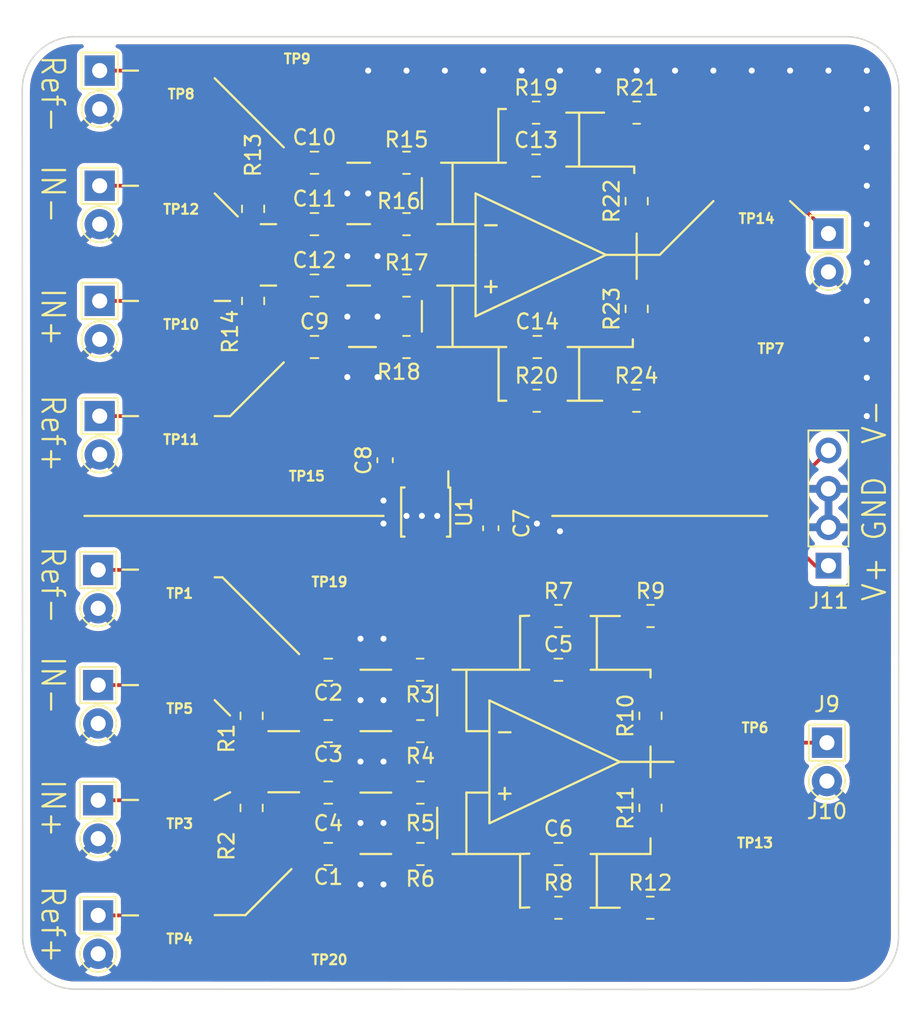
<source format=kicad_pcb>
(kicad_pcb (version 20211014) (generator pcbnew)
  (layers (0 "F.Cu" signal) (31 "B.Cu" signal) (34 "B.Paste" user) (35 "F.Paste" user) (36 "B.SilkS" user "B.Silkscreen") (37 "F.SilkS" user "F.Silkscreen") (38 "B.Mask" user) (39 "F.Mask" user) (44 "Edge.Cuts" user))
  (net 0 "")
  (net 1 "/-Vpwr")
  (net 2 "GND")
  (net 3 "/+Vpwr")
  (net 4 "Net-(C4-Pad1)")
  (net 5 "Net-(C4-Pad2)")
  (net 6 "/Vout")
  (net 7 "Net-(C5-Pad1)")
  (net 8 "Net-(C5-Pad2)")
  (net 9 "Net-(C9-Pad1)")
  (net 10 "Net-(C9-Pad2)")
  (net 11 "Net-(C3-Pad1)")
  (net 12 "Net-(C3-Pad2)")
  (net 13 "Net-(C6-Pad1)")
  (net 14 "Net-(C6-Pad2)")
  (net 15 "Net-(C12-Pad1)")
  (net 16 "Net-(C12-Pad2)")
  (net 17 "Net-(C13-Pad2)")
  (net 18 "Net-(C14-Pad2)")
  (net 19 "Net-(J20-Pad1)")
  (net 20 "Net-(C1-Pad1)")
  (net 21 "Net-(C1-Pad2)")
  (net 22 "Net-(C2-Pad1)")
  (net 23 "Net-(C2-Pad2)")
  (net 24 "Net-(C10-Pad1)")
  (net 25 "Net-(C10-Pad2)")
  (net 26 "Net-(C11-Pad1)")
  (net 27 "Net-(C11-Pad2)")
  (net 28 "Net-(C13-Pad1)")
  (net 29 "Net-(C14-Pad1)")
  (footprint "Resistor_SMD:R_0805_2012Metric_Pad1.20x1.40mm_HandSolder" (layer "F.Cu") (at 122.836 161.056 180)
    (fp_text reference "R6")
    (fp_text value "R_Small")
  )
  (footprint "MyLib:TP420X150" (layer "F.Cu") (at 106.58 157.5 180)
    (fp_text reference "TP3")
    (fp_text value "RCWCTE")
  )
  (footprint "Resistor_SMD:R_0805_2012Metric_Pad1.20x1.40mm_HandSolder" (layer "F.Cu") (at 138.076 158.008 90)
    (fp_text reference "R11")
    (fp_text value "R_Small")
  )
  (footprint "Resistor_SMD:R_0805_2012Metric_Pad1.20x1.40mm_HandSolder" (layer "F.Cu") (at 137.16 117.856 90)
    (fp_text reference "R22")
    (fp_text value "R_Small")
  )
  (footprint "MyLib:TP420X150" (layer "F.Cu") (at 106.68 124.46 180)
    (fp_text reference "TP10")
    (fp_text value "RCWCTE")
  )
  (footprint "MyLib:TP420X150" (layer "F.Cu") (at 115 110)
    (fp_text reference "TP9")
    (fp_text value "RCWCTE")
  )
  (footprint "Resistor_SMD:R_0805_2012Metric_Pad1.20x1.40mm_HandSolder" (layer "F.Cu") (at 138.076 145.308)
    (fp_text reference "R9")
    (fp_text value "R_Small")
  )
  (footprint "TestPoint:TestPoint_THTPad_2.0x2.0mm_Drill1.0mm" (layer "F.Cu") (at 101.5 165.12 90)
    (fp_text reference "J7" hide)
    (fp_text value "Conn_01x01")
  )
  (footprint "MyLib:TP420X150" (layer "F.Cu") (at 106.68 116.84 180)
    (fp_text reference "TP12")
    (fp_text value "RCWCTE")
  )
  (footprint "TestPoint:TestPoint_THTPad_D2.0mm_Drill1.0mm" (layer "F.Cu") (at 101.5 152.42 90)
    (fp_text reference "J4" hide)
    (fp_text value "Conn_01x01")
  )
  (footprint "TestPoint:TestPoint_THTPad_D2.0mm_Drill1.0mm" (layer "F.Cu") (at 101.6 119.38 90)
    (fp_text reference "J15" hide)
    (fp_text value "Conn_01x01")
  )
  (footprint "MyLib:TP420X150" (layer "F.Cu") (at 106.68 109.22 180)
    (fp_text reference "TP8")
    (fp_text value "RCWCTE")
  )
  (footprint "Capacitor_SMD:C_0603_1608Metric" (layer "F.Cu") (at 120.5 135 90)
    (fp_text reference "C8")
    (fp_text value "100n")
  )
  (footprint "Capacitor_SMD:C_0805_2012Metric_Pad1.18x1.45mm_HandSolder" (layer "F.Cu") (at 116.74 156.992)
    (fp_text reference "C4")
    (fp_text value "C_Small")
  )
  (footprint "TestPoint:TestPoint_THTPad_D2.0mm_Drill1.0mm" (layer "F.Cu") (at 101.6 111.76 90)
    (fp_text reference "J13" hide)
    (fp_text value "Conn_01x01")
  )
  (footprint "MyLib:TP420X150" (layer "F.Cu") (at 144.78 117.46 180)
    (fp_text reference "TP14")
    (fp_text value "RCWCTE")
  )
  (footprint "MyLib:TP420X150" (layer "F.Cu") (at 144.78 125.08 180)
    (fp_text reference "TP7")
    (fp_text value "RCWCTE")
  )
  (footprint "MyLib:TP420X150" (layer "F.Cu") (at 116.5 141.5 180)
    (fp_text reference "TP19")
    (fp_text value "RCWCTE")
  )
  (footprint "TestPoint:TestPoint_THTPad_D2.0mm_Drill1.0mm" (layer "F.Cu") (at 101.6 127 90)
    (fp_text reference "J17" hide)
    (fp_text value "Conn_01x01")
  )
  (footprint "MyLib:TP420X150" (layer "F.Cu") (at 106.68 132.08 180)
    (fp_text reference "TP11")
    (fp_text value "RCWCTE")
  )
  (footprint "Resistor_SMD:R_0805_2012Metric_Pad1.20x1.40mm_HandSolder" (layer "F.Cu") (at 138.06 164.612)
    (fp_text reference "R12")
    (fp_text value "R_Small")
  )
  (footprint "MyLib:TP420X150" (layer "F.Cu") (at 144.68 151.15 180)
    (fp_text reference "TP6")
    (fp_text value "RCWCTE")
  )
  (footprint "Resistor_SMD:R_0805_2012Metric_Pad1.20x1.40mm_HandSolder" (layer "F.Cu") (at 130.5 112)
    (fp_text reference "R19")
    (fp_text value "R_Small")
  )
  (footprint "Resistor_SMD:R_0805_2012Metric_Pad1.20x1.40mm_HandSolder" (layer "F.Cu") (at 111.66 158.008 90)
    (fp_text reference "R2")
    (fp_text value "R_Small")
  )
  (footprint "Capacitor_SMD:C_0805_2012Metric_Pad1.18x1.45mm_HandSolder" (layer "F.Cu") (at 130.5 115.5)
    (fp_text reference "C13")
    (fp_text value "C_Small")
  )
  (footprint "Resistor_SMD:R_0805_2012Metric_Pad1.20x1.40mm_HandSolder" (layer "F.Cu") (at 131.98 145.308)
    (fp_text reference "R7")
    (fp_text value "R_Small")
  )
  (footprint "Resistor_SMD:R_0805_2012Metric_Pad1.20x1.40mm_HandSolder" (layer "F.Cu") (at 111.66 151.912 90)
    (fp_text reference "R1")
    (fp_text value "R_Small")
  )
  (footprint "TestPoint:TestPoint_THTPad_D2.0mm_Drill1.0mm" (layer "F.Cu") (at 101.5 167.66 90)
    (fp_text reference "J8" hide)
    (fp_text value "Conn_01x01")
  )
  (footprint "Package_SO:TSSOP-8_3x3mm_P0.65mm" (layer "F.Cu") (at 123.19 138.43 -90)
    (fp_text reference "U1")
    (fp_text value "OPA2333xxDGK")
  )
  (footprint "Capacitor_SMD:C_0805_2012Metric_Pad1.18x1.45mm_HandSolder" (layer "F.Cu") (at 115.824 115.316)
    (fp_text reference "C10")
    (fp_text value "C_Small")
  )
  (footprint "Capacitor_SMD:C_0805_2012Metric_Pad1.18x1.45mm_HandSolder" (layer "F.Cu") (at 115.824 123.444)
    (fp_text reference "C12")
    (fp_text value "C_Small")
  )
  (footprint "TestPoint:TestPoint_THTPad_D2.0mm_Drill1.0mm" (layer "F.Cu") (at 149.76 156.23 180)
    (fp_text reference "J10")
    (fp_text value "Conn_01x01")
  )
  (footprint "Resistor_SMD:R_0805_2012Metric_Pad1.20x1.40mm_HandSolder" (layer "F.Cu") (at 122.836 156.992 180)
    (fp_text reference "R5")
    (fp_text value "R_Small")
  )
  (footprint "Resistor_SMD:R_0805_2012Metric_Pad1.20x1.40mm_HandSolder" (layer "F.Cu") (at 122.836 152.928 180)
    (fp_text reference "R4")
    (fp_text value "R_Small")
  )
  (footprint "TestPoint:TestPoint_THTPad_2.0x2.0mm_Drill1.0mm" (layer "F.Cu") (at 149.86 120 180)
    (fp_text reference "J20" hide)
    (fp_text value "Conn_01x01")
  )
  (footprint "TestPoint:TestPoint_THTPad_D2.0mm_Drill1.0mm" (layer "F.Cu") (at 101.6 134.62 90)
    (fp_text reference "J19" hide)
    (fp_text value "Conn_01x01")
  )
  (footprint "Resistor_SMD:R_0805_2012Metric_Pad1.20x1.40mm_HandSolder" (layer "F.Cu") (at 122.82 148.864 180)
    (fp_text reference "R3")
    (fp_text value "R_Small")
  )
  (footprint "MyLib:TP420X150" (layer "F.Cu") (at 106.58 142.26 180)
    (fp_text reference "TP1")
    (fp_text value "RCWCTE")
  )
  (footprint "MyLib:TP420X150" (layer "F.Cu") (at 144.68 158.77 180)
    (fp_text reference "TP13")
    (fp_text value "RCWCTE")
  )
  (footprint "MyLib:TP420X150" (layer "F.Cu") (at 115 134.5 180)
    (fp_text reference "TP15")
    (fp_text value "RCWCTE")
  )
  (footprint "Capacitor_SMD:C_0805_2012Metric_Pad1.18x1.45mm_HandSolder" (layer "F.Cu") (at 116.74 161.056)
    (fp_text reference "C1")
    (fp_text value "C_Small")
  )
  (footprint "Resistor_SMD:R_0805_2012Metric_Pad1.20x1.40mm_HandSolder" (layer "F.Cu") (at 111.76 118.364 90)
    (fp_text reference "R13")
    (fp_text value "R_Small")
  )
  (footprint "Resistor_SMD:R_0805_2012Metric_Pad1.20x1.40mm_HandSolder" (layer "F.Cu") (at 137.144 131.064)
    (fp_text reference "R24")
    (fp_text value "R_Small")
  )
  (footprint "Capacitor_SMD:C_0805_2012Metric_Pad1.18x1.45mm_HandSolder" (layer "F.Cu") (at 131.98 148.864)
    (fp_text reference "C5")
    (fp_text value "C_Small")
  )
  (footprint "Capacitor_SMD:C_0603_1608Metric" (layer "F.Cu") (at 127.5 139.5 -90)
    (fp_text reference "C7")
    (fp_text value "100n")
  )
  (footprint "Capacitor_SMD:C_0805_2012Metric_Pad1.18x1.45mm_HandSolder" (layer "F.Cu") (at 130.5775 127.508)
    (fp_text reference "C14")
    (fp_text value "C_Small")
  )
  (footprint "TestPoint:TestPoint_THTPad_D2.0mm_Drill1.0mm" (layer "F.Cu") (at 149.86 122.54 180)
    (fp_text reference "J21" hide)
    (fp_text value "Conn_01x01")
  )
  (footprint "TestPoint:TestPoint_THTPad_2.0x2.0mm_Drill1.0mm" (layer "F.Cu") (at 101.6 132.08 90)
    (fp_text reference "J18" hide)
    (fp_text value "Conn_01x01")
  )
  (footprint "Resistor_SMD:R_0805_2012Metric_Pad1.20x1.40mm_HandSolder" (layer "F.Cu") (at 121.92 119.38 180)
    (fp_text reference "R16")
    (fp_text value "R_Small")
  )
  (footprint "TestPoint:TestPoint_THTPad_2.0x2.0mm_Drill1.0mm" (layer "F.Cu") (at 101.6 124.46 90)
    (fp_text reference "J16" hide)
    (fp_text value "Conn_01x01")
  )
  (footprint "Resistor_SMD:R_0805_2012Metric_Pad1.20x1.40mm_HandSolder" (layer "F.Cu") (at 111.76 124.46 90)
    (fp_text reference "R14")
    (fp_text value "R_Small")
  )
  (footprint "MyLib:TP420X150" (layer "F.Cu") (at 106.58 165.12 180)
    (fp_text reference "TP4")
    (fp_text value "RCWCTE")
  )
  (footprint "Capacitor_SMD:C_0805_2012Metric_Pad1.18x1.45mm_HandSolder" (layer "F.Cu") (at 131.98 161.056)
    (fp_text reference "C6")
    (fp_text value "C_Small")
  )
  (footprint "Capacitor_SMD:C_0805_2012Metric_Pad1.18x1.45mm_HandSolder" (layer "F.Cu") (at 116.74 152.928)
    (fp_text reference "C3")
    (fp_text value "C_Small")
  )
  (footprint "TestPoint:TestPoint_THTPad_D2.0mm_Drill1.0mm" (layer "F.Cu") (at 101.5 144.8 90)
    (fp_text reference "J2" hide)
    (fp_text value "Conn_01x01")
  )
  (footprint "MyLib:TP420X150" (layer "F.Cu") (at 106.58 149.88 180)
    (fp_text reference "TP5")
    (fp_text value "RCWCTE")
  )
  (footprint "Capacitor_SMD:C_0805_2012Metric_Pad1.18x1.45mm_HandSolder" (layer "F.Cu") (at 115.824 119.38)
    (fp_text reference "C11")
    (fp_text value "C_Small")
  )
  (footprint "Capacitor_SMD:C_0805_2012Metric_Pad1.18x1.45mm_HandSolder" (layer "F.Cu") (at 115.824 127.508)
    (fp_text reference "C9")
    (fp_text value "C_Small")
  )
  (footprint "TestPoint:TestPoint_THTPad_2.0x2.0mm_Drill1.0mm" (layer "F.Cu") (at 101.6 109.22 90)
    (fp_text reference "J12" hide)
    (fp_text value "Conn_01x01")
  )
  (footprint "TestPoint:TestPoint_THTPad_2.0x2.0mm_Drill1.0mm" (layer "F.Cu") (at 101.5 142.26 90)
    (fp_text reference "J1" hide)
    (fp_text value "Conn_01x01")
  )
  (footprint "MyLib:TP420X150" (layer "F.Cu") (at 116.5 166.5 180)
    (fp_text reference "TP20")
    (fp_text value "RCWCTE")
  )
  (footprint "Resistor_SMD:R_0805_2012Metric_Pad1.20x1.40mm_HandSolder" (layer "F.Cu") (at 121.92 123.444 180)
    (fp_text reference "R17")
    (fp_text value "R_Small")
  )
  (footprint "Resistor_SMD:R_0805_2012Metric_Pad1.20x1.40mm_HandSolder" (layer "F.Cu") (at 121.92 115.316 180)
    (fp_text reference "R15")
    (fp_text value "R_Small")
  )
  (footprint "Resistor_SMD:R_0805_2012Metric_Pad1.20x1.40mm_HandSolder" (layer "F.Cu") (at 137.16 112)
    (fp_text reference "R21")
    (fp_text value "R_Small")
  )
  (footprint "Resistor_SMD:R_0805_2012Metric_Pad1.20x1.40mm_HandSolder" (layer "F.Cu") (at 131.98 164.612)
    (fp_text reference "R8")
    (fp_text value "R_Small")
  )
  (footprint "Capacitor_SMD:C_0805_2012Metric_Pad1.18x1.45mm_HandSolder" (layer "F.Cu") (at 116.74 148.864)
    (fp_text reference "C2")
    (fp_text value "C_Small")
  )
  (footprint "Resistor_SMD:R_0805_2012Metric_Pad1.20x1.40mm_HandSolder" (layer "F.Cu") (at 138.076 151.912 90)
    (fp_text reference "R10")
    (fp_text value "R_Small")
  )
  (footprint "Resistor_SMD:R_0805_2012Metric_Pad1.20x1.40mm_HandSolder" (layer "F.Cu") (at 137.16 124.984 90)
    (fp_text reference "R23")
    (fp_text value "R_Small")
  )
  (footprint "TestPoint:TestPoint_THTPad_2.0x2.0mm_Drill1.0mm" (layer "F.Cu") (at 101.5 149.88 90)
    (fp_text reference "J3" hide)
    (fp_text value "Conn_01x01")
  )
  (footprint "Resistor_SMD:R_0805_2012Metric_Pad1.20x1.40mm_HandSolder" (layer "F.Cu") (at 121.92 127.508 180)
    (fp_text reference "R18")
    (fp_text value "R_Small")
  )
  (footprint "TestPoint:TestPoint_THTPad_2.0x2.0mm_Drill1.0mm" (layer "F.Cu") (at 149.76 153.69 180)
    (fp_text reference "J9")
    (fp_text value "Conn_01x01")
  )
  (footprint "TestPoint:TestPoint_THTPad_2.0x2.0mm_Drill1.0mm" (layer "F.Cu") (at 101.6 116.84 90)
    (fp_text reference "J14" hide)
    (fp_text value "Conn_01x01")
  )
  (footprint "TestPoint:TestPoint_THTPad_2.0x2.0mm_Drill1.0mm" (layer "F.Cu") (at 101.5 157.5 90)
    (fp_text reference "J5" hide)
    (fp_text value "Conn_01x01")
  )
  (footprint "Resistor_SMD:R_0805_2012Metric_Pad1.20x1.40mm_HandSolder" (layer "F.Cu") (at 130.54 131.064)
    (fp_text reference "R20")
    (fp_text value "R_Small")
  )
  (footprint "TestPoint:TestPoint_THTPad_D2.0mm_Drill1.0mm" (layer "F.Cu") (at 101.5 160.04 90)
    (fp_text reference "J6" hide)
    (fp_text value "Conn_01x01")
  )
  (footprint "Connector_PinHeader_2.54mm:PinHeader_1x04_P2.54mm_Vertical" (layer "F.Cu") (at 149.86 141.976 180)
    (fp_text reference "J11")
    (fp_text value "Conn_01x04")
  )
  (gr_line (start 112.268 123.444) (end 113.284 123.444) (layer "F.SilkS") (width 0.15))
  (gr_line (start 104.14 132.08) (end 103.124 132.08) (layer "F.SilkS") (width 0.15))
  (gr_line (start 128.524 131.064) (end 128.016 131.064) (layer "F.SilkS") (width 0.15))
  (gr_line (start 104.14 124.46) (end 103.124 124.46) (layer "F.SilkS") (width 0.15))
  (gr_line (start 129.44 161.056) (end 129.44 164.612) (layer "F.SilkS") (width 0.15))
  (gr_line (start 124.714 127.508) (end 128.524 127.508) (layer "F.SilkS") (width 0.15))
  (gr_line (start 126.492 117.348) (end 135.128 121.412) (layer "F.SilkS") (width 0.15))
  (gr_line (start 132.588 131.064) (end 134.874 131.064) (layer "F.SilkS") (width 0.15))
  (gr_line (start 127.408 152.928) (end 125.884 152.928) (layer "F.SilkS") (width 0.15))
  (gr_line (start 110.236 151.892) (end 109.22 150.876) (layer "F.SilkS") (width 0.15))
  (gr_line (start 103.124 149.88) (end 104.14 149.88) (layer "F.SilkS") (width 0.15))
  (gr_line (start 126.492 125.476) (end 135.128 121.412) (layer "F.SilkS") (width 0.15))
  (gr_line (start 128 111.76) (end 128.5 111.76) (layer "F.SilkS") (width 0.15))
  (gr_line (start 104.14 116.84) (end 103.124 116.84) (layer "F.SilkS") (width 0.15))
  (gr_line (start 118.872 152.928) (end 120.904 152.928) (layer "F.SilkS") (width 0.15))
  (gr_line (start 110.236 132.08) (end 109.22 132.08) (layer "F.SilkS") (width 0.15))
  (gr_line (start 128 115.316) (end 128 111.76) (layer "F.SilkS") (width 0.15))
  (gr_line (start 124.714 115.316) (end 124.206 115.316) (layer "F.SilkS") (width 0.15))
  (gr_line (start 125.884 152.928) (end 125.884 148.864) (layer "F.SilkS") (width 0.15))
  (gr_line (start 129.44 161.056) (end 130.048 161.036) (layer "F.SilkS") (width 0.15))
  (gr_line (start 124.968 123.444) (end 124.968 127.508) (layer "F.SilkS") (width 0.15))
  (gr_line (start 103.124 157.48) (end 104.14 157.48) (layer "F.SilkS") (width 0.15))
  (gr_line (start 124.968 148.864) (end 130.048 148.864) (layer "F.SilkS") (width 0.15))
  (gr_line (start 129.44 145.308) (end 130.048 145.288) (layer "F.SilkS") (width 0.15))
  (gr_line (start 122.936 118.364) (end 122.936 116.332) (layer "F.SilkS") (width 0.15))
  (gr_line (start 126.492 121.412) (end 126.492 117.348) (layer "F.SilkS") (width 0.15))
  (gr_line (start 134.112 161.056) (end 138.076 161.056) (layer "F.SilkS") (width 0.15))
  (gr_line (start 133.35 131.064) (end 133.35 127.508) (layer "F.SilkS") (width 0.15))
  (gr_line (start 129.44 148.864) (end 129.44 145.308) (layer "F.SilkS") (width 0.15))
  (gr_line (start 145.796 138.684) (end 131.572 138.684) (layer "F.SilkS") (width 0.15))
  (gr_line (start 120.396 138.684) (end 100.596 138.684) (layer "F.SilkS") (width 0.15))
  (gr_line (start 136.906 127.508) (end 136.906 127) (layer "F.SilkS") (width 0.15))
  (gr_line (start 127.408 156.992) (end 125.884 156.992) (layer "F.SilkS") (width 0.15))
  (gr_line (start 112.268 119.38) (end 113.284 119.38) (layer "F.SilkS") (width 0.15))
  (gr_line (start 118 119.38) (end 119.5 119.38) (layer "F.SilkS") (width 0.15))
  (gr_line (start 125.884 161.056) (end 124.968 161.056) (layer "F.SilkS") (width 0.15))
  (gr_line (start 111.76 164.592) (end 111.252 165.1) (layer "F.SilkS") (width 0.15))
  (gr_line (start 123.952 160.02) (end 123.952 157.988) (layer "F.SilkS") (width 0.15))
  (gr_line (start 112.776 156.972) (end 114.808 156.972) (layer "F.SilkS") (width 0.15))
  (gr_line (start 124.968 119.38) (end 124.968 115.316) (layer "F.SilkS") (width 0.15))
  (gr_line (start 132.5 112) (end 135 112) (layer "F.SilkS") (width 0.15))
  (gr_line (start 124.968 123.444) (end 123.952 123.444) (layer "F.SilkS") (width 0.15))
  (gr_line (start 125.884 156.992) (end 125.884 161.056) (layer "F.SilkS") (width 0.15))
  (gr_line (start 118 123.444) (end 119.5 123.444) (layer "F.SilkS") (width 0.15))
  (gr_line (start 124.968 119.38) (end 123.952 119.38) (layer "F.SilkS") (width 0.15))
  (gr_line (start 126.492 119.38) (end 124.968 119.38) (layer "F.SilkS") (width 0.15))
  (gr_line (start 113.792 128.524) (end 110.236 132.08) (layer "F.SilkS") (width 0.15))
  (gr_line (start 125.884 161.056) (end 129.44 161.056) (layer "F.SilkS") (width 0.15))
  (gr_line (start 127.408 154.96) (end 127.408 159.024) (layer "F.SilkS") (width 0.15))
  (gr_line (start 127.408 154.96) (end 127.408 150.896) (layer "F.SilkS") (width 0.15))
  (gr_line (start 120.904 156.992) (end 118.872 156.992) (layer "F.SilkS") (width 0.15))
  (gr_line (start 138.076 155.976) (end 138.076 153.944) (layer "F.SilkS") (width 0.15))
  (gr_line (start 110.744 118.872) (end 109.22 117.348) (layer "F.SilkS") (width 0.15))
  (gr_line (start 126.492 123.444) (end 124.968 123.444) (layer "F.SilkS") (width 0.15))
  (gr_line (start 109.728 142.748) (end 109.22 142.748) (layer "F.SilkS") (width 0.15))
  (gr_line (start 124.714 127.508) (end 123.952 127.508) (layer "F.SilkS") (width 0.15))
  (gr_line (start 112.776 152.928) (end 114.808 152.928) (layer "F.SilkS") (width 0.15))
  (gr_line (start 109.728 142.748) (end 114.808 147.828) (layer "F.SilkS") (width 0.15))
  (gr_line (start 138.076 149.372) (end 138.076 148.864) (layer "F.SilkS") (width 0.15))
  (gr_line (start 109.22 124.46) (end 110.236 124.46) (layer "F.SilkS") (width 0.15))
  (gr_line (start 122.936 126.492) (end 122.936 124.46) (layer "F.SilkS") (width 0.15))
  (gr_line (start 114.3 162.052) (end 111.76 164.592) (layer "F.SilkS") (width 0.15))
  (gr_line (start 120.904 161.056) (end 118.872 161.056) (layer "F.SilkS") (width 0.15))
  (gr_line (start 129.44 164.612) (end 130.048 164.592) (layer "F.SilkS") (width 0.15))
  (gr_line (start 103.124 165.12) (end 104.14 165.12) (layer "F.SilkS") (width 0.15))
  (gr_line (start 118 115.316) (end 119.5 115.316) (layer "F.SilkS") (width 0.15))
  (gr_line (start 135.128 121.412) (end 138.684 121.412) (layer "F.SilkS") (width 0.15))
  (gr_line (start 103.124 142.24) (end 104.14 142.24) (layer "F.SilkS") (width 0.15))
  (gr_line (start 124.714 115.316) (end 128.5 115.316) (layer "F.SilkS") (width 0.15))
  (gr_line (start 133.35 115.5) (end 133.35 112) (layer "F.SilkS") (width 0.15))
  (gr_line (start 126.492 121.412) (end 126.492 125.476) (layer "F.SilkS") (width 0.15))
  (gr_line (start 134.52 148.864) (end 134.52 145.308) (layer "F.SilkS") (width 0.15))
  (gr_line (start 104.14 109.22) (end 103.124 109.22) (layer "F.SilkS") (width 0.15))
  (gr_line (start 134.52 164.612) (end 134.52 161.056) (layer "F.SilkS") (width 0.15))
  (gr_line (start 136.044 154.96) (end 139.6 154.96) (layer "F.SilkS") (width 0.15))
  (gr_line (start 138.076 148.864) (end 134.112 148.864) (layer "F.SilkS") (width 0.15))
  (gr_line (start 138.684 121.412) (end 142.24 117.856) (layer "F.SilkS") (width 0.15))
  (gr_line (start 118.11 127.508) (end 119.888 127.508) (layer "F.SilkS") (width 0.15))
  (gr_line (start 118.872 148.864) (end 120.904 148.864) (layer "F.SilkS") (width 0.15))
  (gr_line (start 137 115.57) (end 137 116) (layer "F.SilkS") (width 0.15))
  (gr_line (start 134.112 164.612) (end 136.044 164.612) (layer "F.SilkS") (width 0.15))
  (gr_line (start 137 115.57) (end 132.5 115.57) (layer "F.SilkS") (width 0.15))
  (gr_line (start 127.408 150.896) (end 136.044 154.96) (layer "F.SilkS") (width 0.15))
  (gr_line (start 128.016 127.508) (end 128.016 131.064) (layer "F.SilkS") (width 0.15))
  (gr_line (start 138.076 161.056) (end 138.076 160.02) (layer "F.SilkS") (width 0.15))
  (gr_line (start 109.22 109.728) (end 113.792 114.3) (layer "F.SilkS") (width 0.15))
  (gr_line (start 109.22 157.48) (end 110.236 156.972) (layer "F.SilkS") (width 0.15))
  (gr_line (start 127.408 159.024) (end 136.044 154.96) (layer "F.SilkS") (width 0.15))
  (gr_line (start 147.32 117.856) (end 148.336 118.8) (layer "F.SilkS") (width 0.15))
  (gr_line (start 111.252 165.1) (end 109.22 165.1) (layer "F.SilkS") (width 0.15))
  (gr_line (start 123.952 151.892) (end 123.952 149.86) (layer "F.SilkS") (width 0.15))
  (gr_line (start 134.112 145.308) (end 136.044 145.308) (layer "F.SilkS") (width 0.15))
  (gr_line (start 132.588 127.508) (end 136.906 127.508) (layer "F.SilkS") (width 0.15))
  (gr_line (start 137.16 123) (end 137.16 120) (layer "F.SilkS") (width 0.15))
  (gr_line (start 154.5 166.525126) (end 154.525117 110.474874) (layer "Edge.Cuts") (width 0.1))
  (gr_arc (start 154.5 166.525126) (mid 153.474874 169) (end 151 170.025126) (layer "Edge.Cuts") (width 0.1))
  (gr_arc (start 100 170) (mid 97.525126 168.974874) (end 96.5 166.5) (layer "Edge.Cuts") (width 0.1))
  (gr_line (start 99.974874 106.974874) (end 151.025117 106.974874) (layer "Edge.Cuts") (width 0.1))
  (gr_arc (start 96.474874 110.474874) (mid 97.500008 108.000008) (end 99.974874 106.974874) (layer "Edge.Cuts") (width 0.1))
  (gr_arc (start 151.025117 106.974874) (mid 153.5 107.999999) (end 154.525117 110.474874) (layer "Edge.Cuts") (width 0.1))
  (gr_line (start 96.5 166.5) (end 96.474874 110.474874) (layer "Edge.Cuts") (width 0.1))
  (gr_line (start 100 170) (end 151 170.025126) (layer "Edge.Cuts") (width 0.1))
  (gr_text "-" (at 128.424 152.928) (layer "F.SilkS") (effects (font (size 1 1))))
  (gr_text "Ref-  IN-    IN+   Ref+" (at 98.5 122 -90) (layer "F.SilkS") (effects (font (size 1.5 1.4))))
  (gr_text "+" (at 128.424 156.992) (layer "F.SilkS") (effects (font (size 1 1))))
  (gr_text "V+ GND  V-\n" (at 152.908 137.668 90) (layer "F.SilkS") (effects (font (size 1.5 1.4))))
  (gr_text "+" (at 127.508 123.444) (layer "F.SilkS") (effects (font (size 1 1))))
  (gr_text "-" (at 127.508 119.38) (layer "F.SilkS") (effects (font (size 1 1))))
  (gr_text "Ref-  IN-    IN+   Ref+" (at 98.5 154.5 -90) (layer "F.SilkS") (effects (font (size 1.5 1.4))))
  (segment (start 148.847 135.369) (end 149.86 134.356) (width 0.25) (layer "F.Cu") (net 1))
  (segment (start 144.131 135.369) (end 148.847 135.369) (width 0.25) (layer "F.Cu") (net 1))
  (segment (start 122.225 137.5) (end 142 137.5) (width 0.25) (layer "F.Cu") (net 1))
  (segment (start 121.71 135.775) (end 122.215 136.28) (width 0.25) (layer "F.Cu") (net 1))
  (segment (start 142 137.5) (end 144.131 135.369) (width 0.25) (layer "F.Cu") (net 1))
  (segment (start 120.5 135.775) (end 122.225 137.5) (width 0.25) (layer "F.Cu") (net 1))
  (segment (start 120.5 135.775) (end 121.71 135.775) (width 0.25) (layer "F.Cu") (net 1))
  (segment (start 144.58 125.08) (end 144.78 125.08) (width 0.25) (layer "F.Cu") (net 2))
  (segment (start 144.92 125.08) (end 144.78 125.08) (width 0.25) (layer "F.Cu") (net 2))
  (via (at 118.872 159.004) (size 0.8) (drill 0.4) (layers "F.Cu" "B.Cu") (net 2))
  (via (at 120.396 137.668) (size 0.8) (drill 0.4) (layers "F.Cu" "B.Cu") (net 2))
  (via (at 121.92 138.684) (size 0.8) (drill 0.4) (layers "F.Cu" "B.Cu") (net 2))
  (via (at 124.46 109.22) (size 0.8) (drill 0.4) (layers "F.Cu" "B.Cu") (net 2))
  (via (at 120.396 154.94) (size 0.8) (drill 0.4) (layers "F.Cu" "B.Cu") (net 2))
  (via (at 120 121.5) (size 0.8) (drill 0.4) (layers "F.Cu" "B.Cu") (net 2))
  (via (at 120.396 159.004) (size 0.8) (drill 0.4) (layers "F.Cu" "B.Cu") (net 2))
  (via (at 120 125.5) (size 0.8) (drill 0.4) (layers "F.Cu" "B.Cu") (net 2))
  (via (at 132.08 109.22) (size 0.8) (drill 0.4) (layers "F.Cu" "B.Cu") (net 2))
  (via (at 119.38 117.348) (size 0.8) (drill 0.4) (layers "F.Cu" "B.Cu") (net 2))
  (via (at 118 129.5) (size 0.8) (drill 0.4) (layers "F.Cu" "B.Cu") (net 2))
  (via (at 120 129.5) (size 0.8) (drill 0.4) (layers "F.Cu" "B.Cu") (net 2))
  (via (at 152.4 111.76) (size 0.8) (drill 0.4) (layers "F.Cu" "B.Cu") (net 2))
  (via (at 152.4 132.08) (size 0.8) (drill 0.4) (layers "F.Cu" "B.Cu") (net 2))
  (via (at 130.556 139.192) (size 0.8) (drill 0.4) (layers "F.Cu" "B.Cu") (net 2))
  (via (at 152.4 121.92) (size 0.8) (drill 0.4) (layers "F.Cu" "B.Cu") (net 2))
  (via (at 132.08 139.7) (size 0.8) (drill 0.4) (layers "F.Cu" "B.Cu") (net 2))
  (via (at 119.38 109.22) (size 0.8) (drill 0.4) (layers "F.Cu" "B.Cu") (net 2))
  (via (at 118.872 150.876) (size 0.8) (drill 0.4) (layers "F.Cu" "B.Cu") (net 2))
  (via (at 120.396 163.068) (size 0.8) (drill 0.4) (layers "F.Cu" "B.Cu") (net 2))
  (via (at 123.952 138.684) (size 0.8) (drill 0.4) (layers "F.Cu" "B.Cu") (net 2))
  (via (at 118.872 146.812) (size 0.8) (drill 0.4) (layers "F.Cu" "B.Cu") (net 2))
  (via (at 120.396 139.192) (size 0.8) (drill 0.4) (layers "F.Cu" "B.Cu") (net 2))
  (via (at 149.86 109.22) (size 0.8) (drill 0.4) (layers "F.Cu" "B.Cu") (net 2))
  (via (at 129.54 109.22) (size 0.8) (drill 0.4) (layers "F.Cu" "B.Cu") (net 2))
  (via (at 134.62 109.22) (size 0.8) (drill 0.4) (layers "F.Cu" "B.Cu") (net 2))
  (via (at 152.4 124.46) (size 0.8) (drill 0.4) (layers "F.Cu" "B.Cu") (net 2))
  (via (at 121.92 109.22) (size 0.8) (drill 0.4) (layers "F.Cu" "B.Cu") (net 2))
  (via (at 152.4 116.84) (size 0.8) (drill 0.4) (layers "F.Cu" "B.Cu") (net 2))
  (via (at 152.4 129.54) (size 0.8) (drill 0.4) (layers "F.Cu" "B.Cu") (net 2))
  (via (at 122.936 138.684) (size 0.8) (drill 0.4) (layers "F.Cu" "B.Cu") (net 2))
  (via (at 152.4 119.38) (size 0.8) (drill 0.4) (layers "F.Cu" "B.Cu") (net 2))
  (via (at 120.396 146.812) (size 0.8) (drill 0.4) (layers "F.Cu" "B.Cu") (net 2))
  (via (at 152.4 114.3) (size 0.8) (drill 0.4) (layers "F.Cu" "B.Cu") (net 2))
  (via (at 147.32 109.22) (size 0.8) (drill 0.4) (layers "F.Cu" "B.Cu") (net 2))
  (via (at 152.4 109.22) (size 0.8) (drill 0.4) (layers "F.Cu" "B.Cu") (net 2))
  (via (at 118 117.348) (size 0.8) (drill 0.4) (layers "F.Cu" "B.Cu") (net 2))
  (via (at 118 125.5) (size 0.8) (drill 0.4) (layers "F.Cu" "B.Cu") (net 2))
  (via (at 118 121.5) (size 0.8) (drill 0.4) (layers "F.Cu" "B.Cu") (net 2))
  (via (at 152.4 127) (size 0.8) (drill 0.4) (layers "F.Cu" "B.Cu") (net 2))
  (via (at 139.7 109.22) (size 0.8) (drill 0.4) (layers "F.Cu" "B.Cu") (net 2))
  (via (at 118.872 163.068) (size 0.8) (drill 0.4) (layers "F.Cu" "B.Cu") (net 2))
  (via (at 120.396 150.876) (size 0.8) (drill 0.4) (layers "F.Cu" "B.Cu") (net 2))
  (via (at 118.872 154.94) (size 0.8) (drill 0.4) (layers "F.Cu" "B.Cu") (net 2))
  (via (at 137.16 109.22) (size 0.8) (drill 0.4) (layers "F.Cu" "B.Cu") (net 2))
  (via (at 144.78 109.22) (size 0.8) (drill 0.4) (layers "F.Cu" "B.Cu") (net 2))
  (via (at 142.24 109.22) (size 0.8) (drill 0.4) (layers "F.Cu" "B.Cu") (net 2))
  (via (at 127 109.22) (size 0.8) (drill 0.4) (layers "F.Cu" "B.Cu") (net 2))
  (segment (start 130.411 141.491) (end 148.491 141.491) (width 0.25) (layer "F.Cu") (net 3))
  (segment (start 148.491 141.491) (end 148.976 141.976) (width 0.25) (layer "F.Cu") (net 3))
  (segment (start 124.165 140.58) (end 129.5 140.58) (width 0.25) (layer "F.Cu") (net 3))
  (segment (start 129.5 140.58) (end 130.411 141.491) (width 0.25) (layer "F.Cu") (net 3))
  (segment (start 148.976 141.976) (end 149.86 141.976) (width 0.25) (layer "F.Cu") (net 3))
  (segment (start 111.66 157.008) (end 115.6865 157.008) (width 0.25) (layer "F.Cu") (net 4))
  (segment (start 110.422 157.008) (end 111.66 157.008) (width 0.25) (layer "F.Cu") (net 4))
  (segment (start 109.93 157.5) (end 110.422 157.008) (width 0.25) (layer "F.Cu") (net 4))
  (segment (start 115.6865 157.008) (end 115.7025 156.992) (width 0.25) (layer "F.Cu") (net 4))
  (segment (start 101.5 157.5) (end 109.93 157.5) (width 0.25) (layer "F.Cu") (net 4))
  (segment (start 117.7775 156.992) (end 121.836 156.992) (width 0.25) (layer "F.Cu") (net 5))
  (segment (start 138.076 155.294) (end 138.076 157.008) (width 0.25) (layer "F.Cu") (net 6))
  (segment (start 126.418 144.283) (end 131.568173 144.283) (width 0.25) (layer "F.Cu") (net 6))
  (segment (start 123.515 141.38) (end 126.418 144.283) (width 0.25) (layer "F.Cu") (net 6))
  (segment (start 142.26 153.69) (end 149.76 153.69) (width 0.25) (layer "F.Cu") (net 6))
  (segment (start 123.515 140.58) (end 123.515 141.38) (width 0.25) (layer "F.Cu") (net 6))
  (segment (start 132.055 144.769827) (end 132.055 151.055) (width 0.25) (layer "F.Cu") (net 6))
  (segment (start 132.055 151.055) (end 136.294 155.294) (width 0.25) (layer "F.Cu") (net 6))
  (segment (start 131.568173 144.283) (end 132.055 144.769827) (width 0.25) (layer "F.Cu") (net 6))
  (segment (start 144.68 152.5) (end 143.49 153.69) (width 0.25) (layer "F.Cu") (net 6))
  (segment (start 136.294 155.294) (end 138.076 155.294) (width 0.25) (layer "F.Cu") (net 6))
  (segment (start 143.49 153.69) (end 142.26 153.69) (width 0.25) (layer "F.Cu") (net 6))
  (segment (start 139.68 153.69) (end 142.26 153.69) (width 0.25) (layer "F.Cu") (net 6))
  (segment (start 138.076 155.294) (end 139.68 153.69) (width 0.25) (layer "F.Cu") (net 6))
  (segment (start 144.68 151.15) (end 144.68 152.5) (width 0.25) (layer "F.Cu") (net 6))
  (segment (start 138.076 152.912) (end 138.076 155.294) (width 0.25) (layer "F.Cu") (net 6))
  (segment (start 123.82 148.864) (end 123.82 152.912) (width 0.25) (layer "F.Cu") (net 7))
  (segment (start 122.865 140.58) (end 122.865 146.233) (width 0.25) (layer "F.Cu") (net 7))
  (segment (start 130.9425 145.3455) (end 130.98 145.308) (width 0.25) (layer "F.Cu") (net 7))
  (segment (start 123.82 148.864) (end 130.9425 148.864) (width 0.25) (layer "F.Cu") (net 7))
  (segment (start 122.865 146.233) (end 123.82 147.188) (width 0.25) (layer "F.Cu") (net 7))
  (segment (start 123.82 147.188) (end 123.82 148.864) (width 0.25) (layer "F.Cu") (net 7))
  (segment (start 130.9425 148.864) (end 130.9425 145.3455) (width 0.25) (layer "F.Cu") (net 7))
  (segment (start 123.82 152.912) (end 123.836 152.928) (width 0.25) (layer "F.Cu") (net 7))
  (segment (start 138.076 150.912) (end 135.0655 150.912) (width 0.25) (layer "F.Cu") (net 8))
  (segment (start 135.0655 150.912) (end 133.0175 148.864) (width 0.25) (layer "F.Cu") (net 8))
  (segment (start 133.0175 145.3455) (end 132.98 145.308) (width 0.25) (layer "F.Cu") (net 8))
  (segment (start 133.0175 148.864) (end 133.0175 145.3455) (width 0.25) (layer "F.Cu") (net 8))
  (segment (start 137.076 145.308) (end 132.98 145.308) (width 0.25) (layer "F.Cu") (net 8))
  (segment (start 110.2145 132.08) (end 114.7865 127.508) (width 0.25) (layer "F.Cu") (net 9))
  (segment (start 101.6 132.08) (end 110.2145 132.08) (width 0.25) (layer "F.Cu") (net 9))
  (segment (start 116.8615 127.508) (end 120.92 127.508) (width 0.25) (layer "F.Cu") (net 10))
  (segment (start 108.732 149.88) (end 111.66 152.808) (width 0.25) (layer "F.Cu") (net 11))
  (segment (start 111.676 152.928) (end 111.66 152.912) (width 0.25) (layer "F.Cu") (net 11))
  (segment (start 115.7025 152.928) (end 111.676 152.928) (width 0.25) (layer "F.Cu") (net 11))
  (segment (start 101.5 149.88) (end 108.732 149.88) (width 0.25) (layer "F.Cu") (net 11))
  (segment (start 111.66 152.808) (end 111.66 152.912) (width 0.25) (layer "F.Cu") (net 11))
  (segment (start 117.7775 152.928) (end 121.836 152.928) (width 0.25) (layer "F.Cu") (net 12))
  (segment (start 130.98 164.612) (end 130.98 161.0935) (width 0.25) (layer "F.Cu") (net 13))
  (segment (start 122.215 147.615) (end 122.895 148.295) (width 0.25) (layer "F.Cu") (net 13))
  (segment (start 130.9425 161.056) (end 123.836 161.056) (width 0.25) (layer "F.Cu") (net 13))
  (segment (start 123.836 156.992) (end 123.836 161.056) (width 0.25) (layer "F.Cu") (net 13))
  (segment (start 130.98 161.0935) (end 130.9425 161.056) (width 0.25) (layer "F.Cu") (net 13))
  (segment (start 122.895 156.051) (end 123.836 156.992) (width 0.25) (layer "F.Cu") (net 13))
  (segment (start 122.895 148.295) (end 122.895 156.051) (width 0.25) (layer "F.Cu") (net 13))
  (segment (start 122.215 140.58) (end 122.215 147.615) (width 0.25) (layer "F.Cu") (net 13))
  (segment (start 138.076 159.008) (end 135.0655 159.008) (width 0.25) (layer "F.Cu") (net 14))
  (segment (start 135.0655 159.008) (end 133.0175 161.056) (width 0.25) (layer "F.Cu") (net 14))
  (segment (start 132.98 161.0935) (end 133.0175 161.056) (width 0.25) (layer "F.Cu") (net 14))
  (segment (start 132.98 164.612) (end 132.98 161.0935) (width 0.25) (layer "F.Cu") (net 14))
  (segment (start 137.06 164.612) (end 132.98 164.612) (width 0.25) (layer "F.Cu") (net 14))
  (segment (start 114.7705 123.46) (end 114.7865 123.444) (width 0.25) (layer "F.Cu") (net 15))
  (segment (start 111.76 123.46) (end 114.7705 123.46) (width 0.25) (layer "F.Cu") (net 15))
  (segment (start 101.6 124.46) (end 110.76 124.46) (width 0.25) (layer "F.Cu") (net 15))
  (segment (start 110.76 124.46) (end 111.76 123.46) (width 0.25) (layer "F.Cu") (net 15))
  (segment (start 116.8615 123.444) (end 120.92 123.444) (width 0.25) (layer "F.Cu") (net 16))
  (segment (start 135.92 112) (end 136.16 111.76) (width 0.25) (layer "F.Cu") (net 17))
  (segment (start 136.16 115.856) (end 137.16 116.856) (width 0.25) (layer "F.Cu") (net 17))
  (segment (start 131.5935 111.7815) (end 131.812 112) (width 0.25) (layer "F.Cu") (net 17))
  (segment (start 131.5935 115.316) (end 131.5935 111.7815) (width 0.25) (layer "F.Cu") (net 17))
  (segment (start 136.16 111.76) (end 136.16 115.856) (width 0.25) (layer "F.Cu") (net 17))
  (segment (start 131.812 112) (end 135.92 112) (width 0.25) (layer "F.Cu") (net 17))
  (segment (start 137.16 125.984) (end 137.16 127.34) (width 0.25) (layer "F.Cu") (net 18))
  (segment (start 137.16 127.34) (end 136 128.5) (width 0.25) (layer "F.Cu") (net 18))
  (segment (start 136 130.92) (end 136.144 131.064) (width 0.25) (layer "F.Cu") (net 18))
  (segment (start 131.615 130.989) (end 131.54 131.064) (width 0.25) (layer "F.Cu") (net 18))
  (segment (start 131.54 131.064) (end 136.144 131.064) (width 0.25) (layer "F.Cu") (net 18))
  (segment (start 131.615 127.508) (end 131.615 130.989) (width 0.25) (layer "F.Cu") (net 18))
  (segment (start 136 128.5) (end 136 130.92) (width 0.25) (layer "F.Cu") (net 18))
  (segment (start 127.372 136.28) (end 127.652 136) (width 0.25) (layer "F.Cu") (net 19))
  (segment (start 147.32 117.46) (end 149.86 120) (width 0.25) (layer "F.Cu") (net 19))
  (segment (start 132.821173 136) (end 137.069 131.752173) (width 0.25) (layer "F.Cu") (net 19))
  (segment (start 138.5 129) (end 138.5 125.324) (width 0.25) (layer "F.Cu") (net 19))
  (segment (start 138.556 117.46) (end 144.78 117.46) (width 0.25) (layer "F.Cu") (net 19))
  (segment (start 137.16 118.856) (end 138.556 117.46) (width 0.25) (layer "F.Cu") (net 19))
  (segment (start 137.16 123.984) (end 137.16 118.856) (width 0.25) (layer "F.Cu") (net 19))
  (segment (start 127.652 136) (end 132.821173 136) (width 0.25) (layer "F.Cu") (net 19))
  (segment (start 137.069 130.431) (end 138.5 129) (width 0.25) (layer "F.Cu") (net 19))
  (segment (start 138.5 125.324) (end 137.16 123.984) (width 0.25) (layer "F.Cu") (net 19))
  (segment (start 137.069 131.752173) (end 137.069 130.431) (width 0.25) (layer "F.Cu") (net 19))
  (segment (start 124.165 136.28) (end 127.372 136.28) (width 0.25) (layer "F.Cu") (net 19))
  (segment (start 144.78 117.46) (end 147.32 117.46) (width 0.25) (layer "F.Cu") (net 19))
  (segment (start 101.5 165.12) (end 111.6385 165.12) (width 0.25) (layer "F.Cu") (net 20))
  (segment (start 111.6385 165.12) (end 115.7025 161.056) (width 0.25) (layer "F.Cu") (net 20))
  (segment (start 121.836 161.056) (end 117.7775 161.056) (width 0.25) (layer "F.Cu") (net 21))
  (segment (start 115.7025 148.864) (end 115.7025 148.2025) (width 0.25) (layer "F.Cu") (net 22))
  (segment (start 115.7025 148.2025) (end 109.76 142.26) (width 0.25) (layer "F.Cu") (net 22))
  (segment (start 109.76 142.26) (end 101.5 142.26) (width 0.25) (layer "F.Cu") (net 22))
  (segment (start 121.82 148.864) (end 117.7775 148.864) (width 0.25) (layer "F.Cu") (net 23))
  (segment (start 101.6 109.22) (end 108.6905 109.22) (width 0.25) (layer "F.Cu") (net 24))
  (segment (start 108.6905 109.22) (end 114.7865 115.316) (width 0.25) (layer "F.Cu") (net 24))
  (segment (start 116.8615 115.316) (end 120.92 115.316) (width 0.25) (layer "F.Cu") (net 25))
  (segment (start 101.6 116.84) (end 106.68 116.84) (width 0.25) (layer "F.Cu") (net 26))
  (segment (start 114.7705 119.364) (end 114.7865 119.38) (width 0.25) (layer "F.Cu") (net 26))
  (segment (start 109.236 116.84) (end 106.68 116.84) (width 0.25) (layer "F.Cu") (net 26))
  (segment (start 111.76 119.364) (end 109.236 116.84) (width 0.25) (layer "F.Cu") (net 26))
  (segment (start 111.76 119.364) (end 114.7705 119.364) (width 0.25) (layer "F.Cu") (net 26))
  (segment (start 116.8615 119.38) (end 120.92 119.38) (width 0.25) (layer "F.Cu") (net 27))
  (segment (start 123.515 136.28) (end 123.515 134.549) (width 0.25) (layer "F.Cu") (net 28))
  (segment (start 130.556 131.661173) (end 130.556 125.984) (width 0.25) (layer "F.Cu") (net 28))
  (segment (start 125.039 133.025) (end 129.192173 133.025) (width 0.25) (layer "F.Cu") (net 28))
  (segment (start 122.92 119.38) (end 122.92 115.316) (width 0.25) (layer "F.Cu") (net 28))
  (segment (start 122.92 115.316) (end 129.5185 115.316) (width 0.25) (layer "F.Cu") (net 28))
  (segment (start 123.515 134.549) (end 125.039 133.025) (width 0.25) (layer "F.Cu") (net 28))
  (segment (start 130.556 125.984) (end 123.952 119.38) (width 0.25) (layer "F.Cu") (net 28))
  (segment (start 123.952 119.38) (end 122.92 119.38) (width 0.25) (layer "F.Cu") (net 28))
  (segment (start 129.5185 115.316) (end 129.5185 111.8135) (width 0.25) (layer "F.Cu") (net 28))
  (segment (start 129.5185 111.8135) (end 129.572 111.76) (width 0.25) (layer "F.Cu") (net 28))
  (segment (start 129.192173 133.025) (end 130.556 131.661173) (width 0.25) (layer "F.Cu") (net 28))
  (segment (start 122.865 136.28) (end 122.865 127.563) (width 0.25) (layer "F.Cu") (net 29))
  (segment (start 129.54 127.508) (end 122.92 127.508) (width 0.25) (layer "F.Cu") (net 29))
  (segment (start 122.865 127.563) (end 122.92 127.508) (width 0.25) (layer "F.Cu") (net 29))
  (segment (start 129.54 127.508) (end 129.54 131.064) (width 0.25) (layer "F.Cu") (net 29))
  (segment (start 122.92 123.444) (end 122.92 127.508) (width 0.25) (layer "F.Cu") (net 29))
  (zone (net 2) (net_name "GND") (layers F&B.Cu) (connect_pads (clearance 0.508)) (min_thickness 0.254) (fill yes (thermal_gap 0.508) (thermal_bridge_width 0.508))
    (polygon (pts (xy 152.4 106.68) (xy 153.5 107.5) (xy 155 110) (xy 155 169) (xy 154 170) (xy 95 170) (xy 95 110) (xy 98.044 106.68)))
  )
)
</source>
